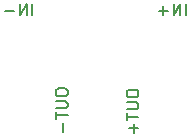
<source format=gbr>
%TF.GenerationSoftware,KiCad,Pcbnew,(7.0.0-0)*%
%TF.CreationDate,2023-02-24T10:49:41-08:00*%
%TF.ProjectId,mixpre-sled_power-board,6d697870-7265-42d7-936c-65645f706f77,rev?*%
%TF.SameCoordinates,Original*%
%TF.FileFunction,Legend,Bot*%
%TF.FilePolarity,Positive*%
%FSLAX46Y46*%
G04 Gerber Fmt 4.6, Leading zero omitted, Abs format (unit mm)*
G04 Created by KiCad (PCBNEW (7.0.0-0)) date 2023-02-24 10:49:41*
%MOMM*%
%LPD*%
G01*
G04 APERTURE LIST*
%ADD10C,0.150000*%
G04 APERTURE END LIST*
D10*
%TO.C,OUT_NEG1*%
X7617380Y-7793258D02*
X7617380Y-7983734D01*
X7617380Y-7983734D02*
X7665000Y-8078972D01*
X7665000Y-8078972D02*
X7760238Y-8174210D01*
X7760238Y-8174210D02*
X7950714Y-8221829D01*
X7950714Y-8221829D02*
X8284047Y-8221829D01*
X8284047Y-8221829D02*
X8474523Y-8174210D01*
X8474523Y-8174210D02*
X8569761Y-8078972D01*
X8569761Y-8078972D02*
X8617380Y-7983734D01*
X8617380Y-7983734D02*
X8617380Y-7793258D01*
X8617380Y-7793258D02*
X8569761Y-7698020D01*
X8569761Y-7698020D02*
X8474523Y-7602782D01*
X8474523Y-7602782D02*
X8284047Y-7555163D01*
X8284047Y-7555163D02*
X7950714Y-7555163D01*
X7950714Y-7555163D02*
X7760238Y-7602782D01*
X7760238Y-7602782D02*
X7665000Y-7698020D01*
X7665000Y-7698020D02*
X7617380Y-7793258D01*
X7617380Y-8650401D02*
X8426904Y-8650401D01*
X8426904Y-8650401D02*
X8522142Y-8698020D01*
X8522142Y-8698020D02*
X8569761Y-8745639D01*
X8569761Y-8745639D02*
X8617380Y-8840877D01*
X8617380Y-8840877D02*
X8617380Y-9031353D01*
X8617380Y-9031353D02*
X8569761Y-9126591D01*
X8569761Y-9126591D02*
X8522142Y-9174210D01*
X8522142Y-9174210D02*
X8426904Y-9221829D01*
X8426904Y-9221829D02*
X7617380Y-9221829D01*
X7617380Y-9555163D02*
X7617380Y-10126591D01*
X8617380Y-9840877D02*
X7617380Y-9840877D01*
X8236428Y-10459925D02*
X8236428Y-11221830D01*
%TO.C,OUT_POS1*%
X13617380Y-7880952D02*
X13617380Y-8071428D01*
X13617380Y-8071428D02*
X13665000Y-8166666D01*
X13665000Y-8166666D02*
X13760238Y-8261904D01*
X13760238Y-8261904D02*
X13950714Y-8309523D01*
X13950714Y-8309523D02*
X14284047Y-8309523D01*
X14284047Y-8309523D02*
X14474523Y-8261904D01*
X14474523Y-8261904D02*
X14569761Y-8166666D01*
X14569761Y-8166666D02*
X14617380Y-8071428D01*
X14617380Y-8071428D02*
X14617380Y-7880952D01*
X14617380Y-7880952D02*
X14569761Y-7785714D01*
X14569761Y-7785714D02*
X14474523Y-7690476D01*
X14474523Y-7690476D02*
X14284047Y-7642857D01*
X14284047Y-7642857D02*
X13950714Y-7642857D01*
X13950714Y-7642857D02*
X13760238Y-7690476D01*
X13760238Y-7690476D02*
X13665000Y-7785714D01*
X13665000Y-7785714D02*
X13617380Y-7880952D01*
X13617380Y-8738095D02*
X14426904Y-8738095D01*
X14426904Y-8738095D02*
X14522142Y-8785714D01*
X14522142Y-8785714D02*
X14569761Y-8833333D01*
X14569761Y-8833333D02*
X14617380Y-8928571D01*
X14617380Y-8928571D02*
X14617380Y-9119047D01*
X14617380Y-9119047D02*
X14569761Y-9214285D01*
X14569761Y-9214285D02*
X14522142Y-9261904D01*
X14522142Y-9261904D02*
X14426904Y-9309523D01*
X14426904Y-9309523D02*
X13617380Y-9309523D01*
X13617380Y-9642857D02*
X13617380Y-10214285D01*
X14617380Y-9928571D02*
X13617380Y-9928571D01*
X14236428Y-10547619D02*
X14236428Y-11309524D01*
X14617380Y-10928571D02*
X13855476Y-10928571D01*
%TO.C,S2*%
X5642856Y-1367380D02*
X5642856Y-367380D01*
X5166666Y-1367380D02*
X5166666Y-367380D01*
X5166666Y-367380D02*
X4595238Y-1367380D01*
X4595238Y-1367380D02*
X4595238Y-367380D01*
X4119047Y-986428D02*
X3357143Y-986428D01*
%TO.C,S1*%
X18642856Y-1367380D02*
X18642856Y-367380D01*
X18166666Y-1367380D02*
X18166666Y-367380D01*
X18166666Y-367380D02*
X17595238Y-1367380D01*
X17595238Y-1367380D02*
X17595238Y-367380D01*
X17119047Y-986428D02*
X16357143Y-986428D01*
X16738095Y-1367380D02*
X16738095Y-605476D01*
%TD*%
M02*

</source>
